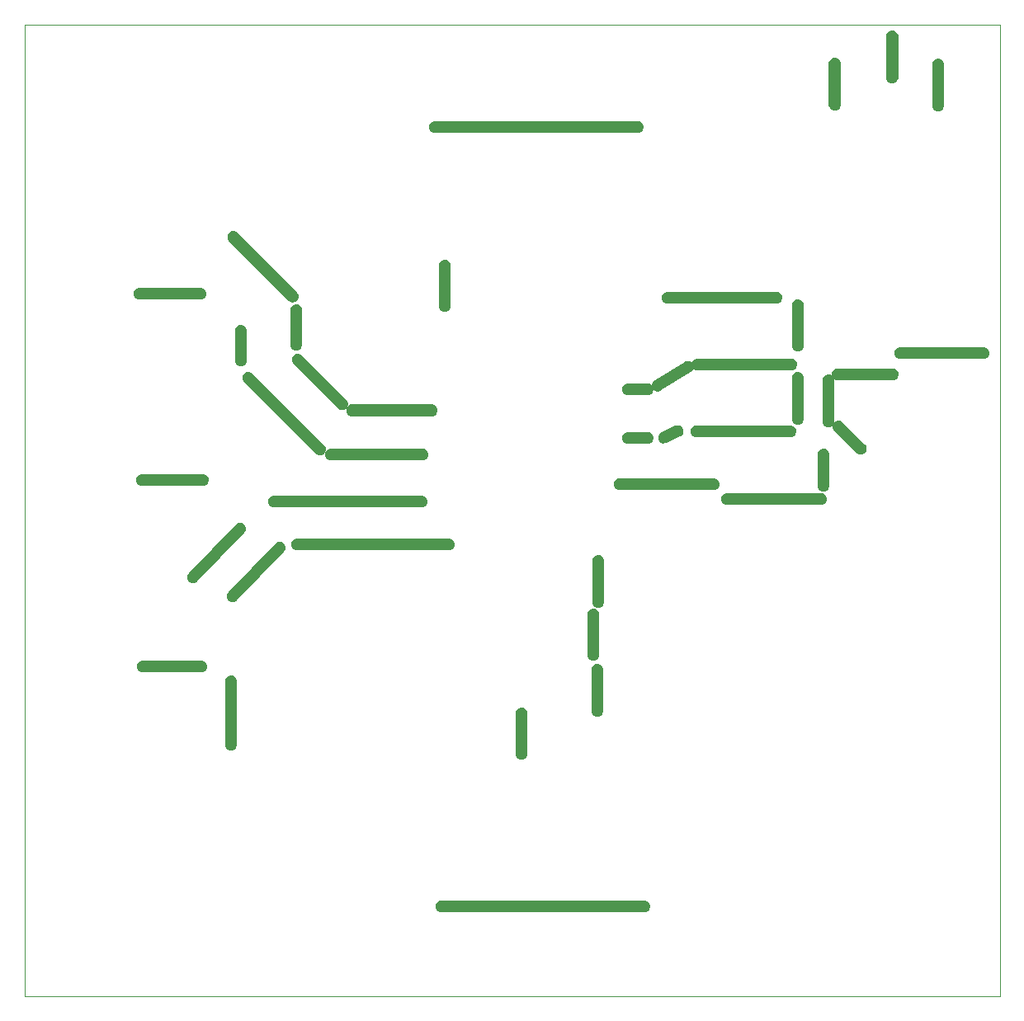
<source format=gbr>
G04 Layer_Color=0*
%FSLAX26Y26*%
%MOIN*%
%TF.FileFunction,Profile,NP*%
%TF.Part,Single*%
G01*
G75*
%TA.AperFunction,Profile*%
%ADD92C,0.001000*%
G36*
X732363Y-2835528D02*
Y-2840229D01*
X735962Y-2848917D01*
X742611Y-2855566D01*
X751298Y-2859164D01*
X760702D01*
X769389Y-2855566D01*
X776038Y-2848917D01*
X779637Y-2840229D01*
Y-2835528D01*
D01*
Y-2581528D01*
Y-2576826D01*
X776038Y-2568138D01*
X769389Y-2561489D01*
X760702Y-2557890D01*
X751298D01*
X742611Y-2561489D01*
X735962Y-2568138D01*
X732363Y-2576826D01*
Y-2581528D01*
D01*
Y-2835528D01*
D02*
G37*
G36*
X399000Y-2544164D02*
X394298D01*
X385611Y-2540566D01*
X378962Y-2533917D01*
X375363Y-2525229D01*
Y-2515826D01*
X378962Y-2507138D01*
X385611Y-2500489D01*
X394298Y-2496890D01*
X399000D01*
D01*
X634000D01*
X638702D01*
X647389Y-2500489D01*
X654038Y-2507138D01*
X657637Y-2515826D01*
Y-2520528D01*
Y-2525229D01*
X654038Y-2533917D01*
X647389Y-2540566D01*
X638702Y-2544164D01*
X634000D01*
D01*
X399000D01*
D02*
G37*
G36*
X617886Y-2175067D02*
X614596Y-2178426D01*
X605946Y-2182115D01*
X596543Y-2182212D01*
X587819Y-2178704D01*
X581101Y-2172124D01*
X577413Y-2163474D01*
X577316Y-2154071D01*
X580824Y-2145347D01*
X584114Y-2141988D01*
Y-2141988D01*
X775114Y-1946988D01*
X777578Y-1944472D01*
X783760Y-1941095D01*
X790657Y-1939667D01*
X797671Y-1940312D01*
X804193Y-1942974D01*
X809655Y-1947421D01*
X813583Y-1953268D01*
X815637Y-1960006D01*
Y-1963527D01*
Y-1965825D01*
X814752Y-1970333D01*
X813016Y-1974587D01*
X810494Y-1978426D01*
X808886Y-1980067D01*
X808886D01*
X617886Y-2175067D01*
D02*
G37*
G36*
X777886Y-2252067D02*
X774596Y-2255426D01*
X765946Y-2259115D01*
X756543Y-2259212D01*
X747819Y-2255704D01*
X741101Y-2249124D01*
X737413Y-2240474D01*
X737316Y-2231071D01*
X740824Y-2222347D01*
X744114Y-2218988D01*
Y-2218988D01*
X935114Y-2023988D01*
X937578Y-2021472D01*
X943760Y-2018095D01*
X950657Y-2016667D01*
X957671Y-2017312D01*
X964193Y-2019974D01*
X969655Y-2024421D01*
X973583Y-2030268D01*
X975637Y-2037006D01*
Y-2040527D01*
Y-2042825D01*
X974752Y-2047333D01*
X973016Y-2051587D01*
X970494Y-2055426D01*
X968886Y-2057067D01*
X968886D01*
X777886Y-2252067D01*
D02*
G37*
G36*
X1023000Y-2051164D02*
X1018298D01*
X1009611Y-2047566D01*
X1002962Y-2040917D01*
X999363Y-2032229D01*
Y-2022826D01*
X1002962Y-2014138D01*
X1009611Y-2007489D01*
X1018298Y-2003890D01*
X1023000D01*
D01*
X1635441D01*
X1640143D01*
X1648830Y-2007489D01*
X1655479Y-2014138D01*
X1659078Y-2022826D01*
Y-2027527D01*
Y-2032229D01*
X1655479Y-2040917D01*
X1648830Y-2047566D01*
X1640143Y-2051164D01*
X1635441D01*
D01*
X1023000D01*
D02*
G37*
G36*
X930000Y-1878165D02*
X925298D01*
X916611Y-1874566D01*
X909962Y-1867917D01*
X906363Y-1859229D01*
Y-1849826D01*
X909962Y-1841138D01*
X916611Y-1834489D01*
X925298Y-1830890D01*
X930000D01*
D01*
X1525000D01*
X1529702D01*
X1538389Y-1834489D01*
X1545038Y-1841138D01*
X1548637Y-1849826D01*
Y-1854527D01*
Y-1859229D01*
X1545038Y-1867917D01*
X1538389Y-1874566D01*
X1529702Y-1878165D01*
X1525000D01*
D01*
X930000D01*
D02*
G37*
G36*
X397000Y-1789165D02*
X392298D01*
X383611Y-1785566D01*
X376962Y-1778917D01*
X373363Y-1770229D01*
Y-1760826D01*
X376962Y-1752138D01*
X383611Y-1745489D01*
X392298Y-1741890D01*
X397000D01*
D01*
X642000D01*
X646702D01*
X655389Y-1745489D01*
X662038Y-1752138D01*
X665637Y-1760826D01*
Y-1765527D01*
Y-1770229D01*
X662038Y-1778917D01*
X655389Y-1785566D01*
X646702Y-1789165D01*
X642000D01*
D01*
X397000D01*
D02*
G37*
G36*
X1160425Y-1688165D02*
X1155724D01*
X1147036Y-1684566D01*
X1140387Y-1677917D01*
X1136788Y-1669229D01*
Y-1659826D01*
X1140387Y-1651138D01*
X1147036Y-1644489D01*
X1155724Y-1640890D01*
X1160425D01*
D01*
X1530000D01*
X1534702D01*
X1543389Y-1644489D01*
X1550038Y-1651138D01*
X1553637Y-1659826D01*
Y-1664527D01*
Y-1669229D01*
X1550038Y-1677917D01*
X1543389Y-1684566D01*
X1534702Y-1688165D01*
X1530000D01*
D01*
X1160425D01*
D02*
G37*
G36*
X1098773Y-1659587D02*
X808348Y-1371303D01*
X805011Y-1367991D01*
X801380Y-1359317D01*
X801346Y-1349913D01*
X804912Y-1341213D01*
X811537Y-1334539D01*
X820211Y-1330908D01*
X829614Y-1330873D01*
X838315Y-1334440D01*
X841652Y-1337752D01*
D01*
X1132077Y-1626035D01*
X1133737Y-1627683D01*
X1136347Y-1631566D01*
X1138145Y-1635884D01*
X1139062Y-1640472D01*
Y-1642811D01*
Y-1646312D01*
X1137033Y-1653012D01*
X1133149Y-1658837D01*
X1127743Y-1663286D01*
X1121279Y-1665978D01*
X1114313Y-1666680D01*
X1107443Y-1665333D01*
X1101258Y-1662053D01*
X1098773Y-1659587D01*
X1098773Y-1659587D01*
D02*
G37*
G36*
X771363Y-1284527D02*
Y-1289229D01*
X774962Y-1297917D01*
X781611Y-1304566D01*
X790298Y-1308165D01*
X799702D01*
X808389Y-1304566D01*
X815038Y-1297917D01*
X818637Y-1289229D01*
Y-1284527D01*
D01*
Y-1164527D01*
Y-1159826D01*
X815038Y-1151138D01*
X808389Y-1144489D01*
X799702Y-1140890D01*
X790298D01*
X781611Y-1144489D01*
X774962Y-1151138D01*
X771363Y-1159826D01*
Y-1164527D01*
D01*
Y-1284527D01*
D02*
G37*
G36*
X1245000Y-1508637D02*
X1240298D01*
X1231611Y-1505039D01*
X1224961Y-1498389D01*
X1221363Y-1489702D01*
Y-1480298D01*
X1224961Y-1471611D01*
X1231611Y-1464962D01*
X1240298Y-1461363D01*
X1245000D01*
D01*
X1565000D01*
X1569702D01*
X1578389Y-1464962D01*
X1585038Y-1471611D01*
X1588637Y-1480298D01*
Y-1485000D01*
Y-1489702D01*
X1585038Y-1498389D01*
X1578389Y-1505039D01*
X1569702Y-1508637D01*
X1565000D01*
D01*
X1245000D01*
D02*
G37*
G36*
X1188286Y-1476714D02*
X1008286Y-1296714D01*
X1004962Y-1293389D01*
X1001363Y-1284702D01*
Y-1275298D01*
X1004962Y-1266611D01*
X1011611Y-1259962D01*
X1020298Y-1256363D01*
X1029702D01*
X1038389Y-1259962D01*
X1041714Y-1263286D01*
X1041714Y-1263286D01*
X1221714Y-1443286D01*
X1223360Y-1444932D01*
X1225947Y-1448804D01*
X1227729Y-1453105D01*
X1228637Y-1457672D01*
Y-1460000D01*
Y-1463506D01*
X1226601Y-1470217D01*
X1222705Y-1476047D01*
X1217285Y-1480496D01*
X1210806Y-1483180D01*
X1203827Y-1483867D01*
X1196950Y-1482499D01*
X1190765Y-1479193D01*
X1188286Y-1476714D01*
D01*
D02*
G37*
G36*
X996363Y-1219527D02*
Y-1224229D01*
X999962Y-1232917D01*
X1006611Y-1239566D01*
X1015298Y-1243165D01*
X1024702D01*
X1033389Y-1239566D01*
X1040038Y-1232917D01*
X1043637Y-1224229D01*
Y-1219527D01*
D01*
Y-1079527D01*
Y-1074826D01*
X1040038Y-1066138D01*
X1033389Y-1059489D01*
X1024702Y-1055890D01*
X1015298D01*
X1006611Y-1059489D01*
X999962Y-1066138D01*
X996363Y-1074826D01*
Y-1079527D01*
D01*
Y-1219527D01*
D02*
G37*
G36*
X988286Y-1041714D02*
X748286Y-801714D01*
X744962Y-798389D01*
X741363Y-789702D01*
Y-780298D01*
X744962Y-771611D01*
X751611Y-764962D01*
X760298Y-761363D01*
X769702D01*
X778389Y-764962D01*
X781714Y-768286D01*
X781714Y-768286D01*
X1021714Y-1008286D01*
X1023360Y-1009932D01*
X1025947Y-1013804D01*
X1027729Y-1018105D01*
X1028637Y-1022672D01*
Y-1025000D01*
Y-1028506D01*
X1026601Y-1035217D01*
X1022705Y-1041047D01*
X1017285Y-1045496D01*
X1010806Y-1048180D01*
X1003827Y-1048867D01*
X996950Y-1047499D01*
X990765Y-1044193D01*
X988286Y-1041714D01*
D01*
D02*
G37*
G36*
X385985Y-1037850D02*
X381283D01*
X372596Y-1034251D01*
X365947Y-1027602D01*
X362348Y-1018914D01*
Y-1009511D01*
X365947Y-1000823D01*
X372596Y-994174D01*
X381283Y-990576D01*
X385985D01*
D01*
X630985D01*
X635687D01*
X644374Y-994174D01*
X651023Y-1000823D01*
X654622Y-1009511D01*
Y-1014212D01*
Y-1018914D01*
X651023Y-1027602D01*
X644374Y-1034251D01*
X635687Y-1037850D01*
X630985D01*
D01*
X385985D01*
D02*
G37*
G36*
X1596363Y-1064527D02*
Y-1069229D01*
X1599961Y-1077917D01*
X1606611Y-1084566D01*
X1615298Y-1088165D01*
X1624702D01*
X1633389Y-1084566D01*
X1640038Y-1077917D01*
X1643637Y-1069229D01*
Y-1064527D01*
D01*
Y-899528D01*
Y-894826D01*
X1640038Y-886138D01*
X1633389Y-879489D01*
X1624702Y-875890D01*
X1615298D01*
X1606611Y-879489D01*
X1599961Y-886138D01*
X1596363Y-894826D01*
Y-899528D01*
D01*
Y-1064527D01*
D02*
G37*
G36*
X1580000Y-363637D02*
X1575298D01*
X1566611Y-360038D01*
X1559961Y-353389D01*
X1556363Y-344702D01*
Y-335298D01*
X1559961Y-326611D01*
X1566611Y-319962D01*
X1575298Y-316363D01*
X1580000D01*
D01*
X2400000D01*
X2404702D01*
X2413389Y-319962D01*
X2420038Y-326611D01*
X2423637Y-335298D01*
Y-340000D01*
Y-344702D01*
X2420038Y-353389D01*
X2413389Y-360038D01*
X2404702Y-363637D01*
X2400000D01*
D01*
X1580000D01*
D02*
G37*
G36*
X1906363Y-2874528D02*
Y-2879229D01*
X1909961Y-2887917D01*
X1916611Y-2894566D01*
X1925298Y-2898164D01*
X1934702D01*
X1943389Y-2894566D01*
X1950038Y-2887917D01*
X1953637Y-2879229D01*
Y-2874528D01*
D01*
Y-2709528D01*
Y-2704826D01*
X1950038Y-2696138D01*
X1943389Y-2689489D01*
X1934702Y-2685890D01*
X1925298D01*
X1916611Y-2689489D01*
X1909961Y-2696138D01*
X1906363Y-2704826D01*
Y-2709528D01*
D01*
Y-2874528D01*
D02*
G37*
G36*
X2216363Y-2259528D02*
Y-2264229D01*
X2219961Y-2272917D01*
X2226611Y-2279566D01*
X2235298Y-2283164D01*
X2244702D01*
X2253389Y-2279566D01*
X2260038Y-2272917D01*
X2263637Y-2264229D01*
Y-2259528D01*
D01*
Y-2094528D01*
Y-2089826D01*
X2260038Y-2081138D01*
X2253389Y-2074489D01*
X2244702Y-2070890D01*
X2235298D01*
X2226611Y-2074489D01*
X2219961Y-2081138D01*
X2216363Y-2089826D01*
Y-2094528D01*
D01*
Y-2259528D01*
D02*
G37*
G36*
X2196363Y-2474528D02*
Y-2479229D01*
X2199961Y-2487917D01*
X2206611Y-2494566D01*
X2215298Y-2498164D01*
X2224702D01*
X2233389Y-2494566D01*
X2240038Y-2487917D01*
X2243637Y-2479229D01*
Y-2474528D01*
D01*
Y-2309528D01*
Y-2304826D01*
X2240038Y-2296138D01*
X2233389Y-2289489D01*
X2224702Y-2285890D01*
X2215298D01*
X2206611Y-2289489D01*
X2199961Y-2296138D01*
X2196363Y-2304826D01*
Y-2309528D01*
D01*
Y-2474528D01*
D02*
G37*
G36*
X2211363Y-2699528D02*
Y-2704229D01*
X2214961Y-2712917D01*
X2221611Y-2719566D01*
X2230298Y-2723164D01*
X2239702D01*
X2248389Y-2719566D01*
X2255038Y-2712917D01*
X2258637Y-2704229D01*
Y-2699528D01*
D01*
Y-2534528D01*
Y-2529826D01*
X2255038Y-2521138D01*
X2248389Y-2514489D01*
X2239702Y-2510890D01*
X2230298D01*
X2221611Y-2514489D01*
X2214961Y-2521138D01*
X2211363Y-2529826D01*
Y-2534528D01*
D01*
Y-2699528D01*
D02*
G37*
G36*
X1605000Y-3513637D02*
X1600298D01*
X1591611Y-3510039D01*
X1584961Y-3503389D01*
X1581363Y-3494702D01*
Y-3485298D01*
X1584961Y-3476611D01*
X1591611Y-3469962D01*
X1600298Y-3466363D01*
X1605000D01*
D01*
X2425000D01*
X2429702D01*
X2438389Y-3469962D01*
X2445038Y-3476611D01*
X2448637Y-3485298D01*
Y-3490000D01*
Y-3494702D01*
X2445038Y-3503389D01*
X2438389Y-3510039D01*
X2429702Y-3513637D01*
X2425000D01*
D01*
X1605000D01*
D02*
G37*
G36*
X2325000Y-1808165D02*
X2320298D01*
X2311611Y-1804566D01*
X2304961Y-1797917D01*
X2301363Y-1789229D01*
Y-1779826D01*
X2304961Y-1771138D01*
X2311611Y-1764489D01*
X2320298Y-1760890D01*
X2325000D01*
D01*
X2705000D01*
X2709702D01*
X2718389Y-1764489D01*
X2725038Y-1771138D01*
X2728637Y-1779826D01*
Y-1784527D01*
Y-1789229D01*
X2725038Y-1797917D01*
X2718389Y-1804566D01*
X2709702Y-1808165D01*
X2705000D01*
D01*
X2325000D01*
D02*
G37*
G36*
X2760000Y-1868165D02*
X2755298D01*
X2746611Y-1864566D01*
X2739961Y-1857917D01*
X2736363Y-1849229D01*
Y-1839826D01*
X2739961Y-1831138D01*
X2746611Y-1824489D01*
X2755298Y-1820890D01*
X2760000D01*
D01*
X3140000D01*
X3144702D01*
X3153389Y-1824489D01*
X3160038Y-1831138D01*
X3163637Y-1839826D01*
Y-1844527D01*
Y-1849229D01*
X3160038Y-1857917D01*
X3153389Y-1864566D01*
X3144702Y-1868165D01*
X3140000D01*
D01*
X2760000D01*
D02*
G37*
G36*
X3126363Y-1789527D02*
Y-1794229D01*
X3129961Y-1802917D01*
X3136611Y-1809566D01*
X3145298Y-1813165D01*
X3154702D01*
X3163389Y-1809566D01*
X3170038Y-1802917D01*
X3173637Y-1794229D01*
Y-1789527D01*
D01*
Y-1664527D01*
Y-1659826D01*
X3170038Y-1651138D01*
X3163389Y-1644489D01*
X3154702Y-1640890D01*
X3145298D01*
X3136611Y-1644489D01*
X3129961Y-1651138D01*
X3126363Y-1659826D01*
Y-1664527D01*
D01*
Y-1789527D01*
D02*
G37*
G36*
X2635000Y-1593165D02*
X2630298D01*
X2621611Y-1589566D01*
X2614961Y-1582917D01*
X2611363Y-1574229D01*
Y-1564826D01*
X2614961Y-1556138D01*
X2621611Y-1549489D01*
X2630298Y-1545890D01*
X2635000D01*
D01*
X3015000D01*
X3019702D01*
X3028389Y-1549489D01*
X3035038Y-1556138D01*
X3038637Y-1564826D01*
Y-1569527D01*
Y-1574229D01*
X3035038Y-1582917D01*
X3028389Y-1589566D01*
X3019702Y-1593165D01*
X3015000D01*
D01*
X2635000D01*
D02*
G37*
G36*
X2514781Y-1616046D02*
X2510501Y-1617991D01*
X2501103Y-1618310D01*
X2492298Y-1615009D01*
X2485427Y-1608589D01*
X2481536Y-1600028D01*
X2481217Y-1590630D01*
X2484519Y-1581826D01*
X2490939Y-1574955D01*
X2495219Y-1573009D01*
X2495219D01*
X2550219Y-1548009D01*
X2552919Y-1546782D01*
X2558759Y-1545737D01*
X2564676Y-1546169D01*
X2570303Y-1548048D01*
X2575291Y-1551260D01*
X2579330Y-1555605D01*
X2582171Y-1560813D01*
X2583637Y-1566561D01*
Y-1569527D01*
Y-1572931D01*
X2581716Y-1579462D01*
X2578031Y-1585186D01*
X2572880Y-1589637D01*
X2569781Y-1591046D01*
Y-1591046D01*
X2514781Y-1616046D01*
D02*
G37*
G36*
X2360000Y-1620015D02*
X2355298D01*
X2346611Y-1616416D01*
X2339961Y-1609767D01*
X2336363Y-1601080D01*
Y-1591676D01*
X2339961Y-1582989D01*
X2346611Y-1576340D01*
X2355298Y-1572741D01*
X2360000D01*
D01*
X2440000D01*
X2444702D01*
X2453389Y-1576340D01*
X2460038Y-1582989D01*
X2463637Y-1591676D01*
Y-1596378D01*
Y-1601080D01*
X2460038Y-1609767D01*
X2453389Y-1616416D01*
X2444702Y-1620015D01*
X2440000D01*
D01*
X2360000D01*
D02*
G37*
G36*
Y-1423165D02*
X2355298D01*
X2346611Y-1419566D01*
X2339961Y-1412917D01*
X2336363Y-1404229D01*
Y-1394826D01*
X2339961Y-1386138D01*
X2346611Y-1379489D01*
X2355298Y-1375890D01*
X2360000D01*
D01*
X2440000D01*
X2444702D01*
X2453389Y-1379489D01*
X2460038Y-1386138D01*
X2463637Y-1394826D01*
Y-1399527D01*
Y-1404229D01*
X2460038Y-1412917D01*
X2453389Y-1419566D01*
X2444702Y-1423165D01*
X2440000D01*
D01*
X2360000D01*
D02*
G37*
G36*
X2492528Y-1404572D02*
X2488541Y-1407064D01*
X2479266Y-1408617D01*
X2470104Y-1406502D01*
X2462448Y-1401042D01*
X2457464Y-1393068D01*
X2455911Y-1383794D01*
X2458026Y-1374631D01*
X2463485Y-1366975D01*
X2467472Y-1364483D01*
X2467472D01*
X2587472Y-1289483D01*
X2590156Y-1287806D01*
X2596216Y-1285982D01*
X2602543Y-1285816D01*
X2608691Y-1287320D01*
X2614226Y-1290388D01*
X2618760Y-1294804D01*
X2621972Y-1300257D01*
X2623637Y-1306363D01*
Y-1309527D01*
Y-1312534D01*
X2622131Y-1318356D01*
X2619216Y-1323616D01*
X2615077Y-1327978D01*
X2612528Y-1329572D01*
Y-1329572D01*
X2492528Y-1404572D01*
D02*
G37*
G36*
X2640000Y-1323165D02*
X2635298D01*
X2626611Y-1319566D01*
X2619961Y-1312917D01*
X2616363Y-1304229D01*
Y-1294826D01*
X2619961Y-1286138D01*
X2626611Y-1279489D01*
X2635298Y-1275890D01*
X2640000D01*
D01*
X3020000D01*
X3024702D01*
X3033389Y-1279489D01*
X3040038Y-1286138D01*
X3043637Y-1294826D01*
Y-1299527D01*
Y-1304229D01*
X3040038Y-1312917D01*
X3033389Y-1319566D01*
X3024702Y-1323165D01*
X3020000D01*
D01*
X2640000D01*
D02*
G37*
G36*
X3021363Y-1519527D02*
Y-1524229D01*
X3024961Y-1532917D01*
X3031611Y-1539566D01*
X3040298Y-1543165D01*
X3049702D01*
X3058389Y-1539566D01*
X3065038Y-1532917D01*
X3068637Y-1524229D01*
Y-1519527D01*
D01*
Y-1354527D01*
Y-1349826D01*
X3065038Y-1341138D01*
X3058389Y-1334489D01*
X3049702Y-1330890D01*
X3040298D01*
X3031611Y-1334489D01*
X3024961Y-1341138D01*
X3021363Y-1349826D01*
Y-1354527D01*
D01*
Y-1519527D01*
D02*
G37*
G36*
Y-1224527D02*
Y-1229229D01*
X3024961Y-1237917D01*
X3031611Y-1244566D01*
X3040298Y-1248165D01*
X3049702D01*
X3058389Y-1244566D01*
X3065038Y-1237917D01*
X3068637Y-1229229D01*
Y-1224527D01*
D01*
Y-1059527D01*
Y-1054826D01*
X3065038Y-1046138D01*
X3058389Y-1039489D01*
X3049702Y-1035890D01*
X3040298D01*
X3031611Y-1039489D01*
X3024961Y-1046138D01*
X3021363Y-1054826D01*
Y-1059527D01*
D01*
Y-1224527D01*
D02*
G37*
G36*
X2520000Y-1053165D02*
X2515298D01*
X2506611Y-1049566D01*
X2499961Y-1042917D01*
X2496363Y-1034229D01*
Y-1024826D01*
X2499961Y-1016138D01*
X2506611Y-1009489D01*
X2515298Y-1005890D01*
X2520000D01*
D01*
X2960000D01*
X2964702D01*
X2973389Y-1009489D01*
X2980038Y-1016138D01*
X2983637Y-1024826D01*
Y-1029527D01*
Y-1034229D01*
X2980038Y-1042917D01*
X2973389Y-1049566D01*
X2964702Y-1053165D01*
X2960000D01*
D01*
X2520000D01*
D02*
G37*
G36*
X3170363Y-248528D02*
Y-253229D01*
X3173961Y-261917D01*
X3180611Y-268566D01*
X3189298Y-272164D01*
X3198702D01*
X3207389Y-268566D01*
X3214038Y-261917D01*
X3217637Y-253229D01*
Y-248528D01*
D01*
Y-83528D01*
Y-78826D01*
X3214038Y-70138D01*
X3207389Y-63489D01*
X3198702Y-59891D01*
X3189298D01*
X3180611Y-63489D01*
X3173961Y-70138D01*
X3170363Y-78826D01*
Y-83528D01*
D01*
Y-248528D01*
D02*
G37*
G36*
X3403363Y-138528D02*
Y-143229D01*
X3406961Y-151917D01*
X3413611Y-158566D01*
X3422298Y-162165D01*
X3431702D01*
X3440389Y-158566D01*
X3447038Y-151917D01*
X3450637Y-143229D01*
Y-138528D01*
D01*
Y26473D01*
Y31174D01*
X3447038Y39862D01*
X3440389Y46511D01*
X3431702Y50109D01*
X3422298D01*
X3413611Y46511D01*
X3406961Y39862D01*
X3403363Y31174D01*
Y26473D01*
D01*
Y-138528D01*
D02*
G37*
G36*
X3588363Y-252528D02*
Y-257229D01*
X3591961Y-265917D01*
X3598611Y-272566D01*
X3607298Y-276164D01*
X3616702D01*
X3625389Y-272566D01*
X3632038Y-265917D01*
X3635637Y-257229D01*
Y-252528D01*
D01*
Y-87528D01*
Y-82826D01*
X3632038Y-74138D01*
X3625389Y-67489D01*
X3616702Y-63891D01*
X3607298D01*
X3598611Y-67489D01*
X3591961Y-74138D01*
X3588363Y-82826D01*
Y-87528D01*
D01*
Y-252528D01*
D02*
G37*
G36*
X3460000Y-1278165D02*
X3455298D01*
X3446611Y-1274566D01*
X3439961Y-1267917D01*
X3436363Y-1259229D01*
Y-1249826D01*
X3439961Y-1241138D01*
X3446611Y-1234489D01*
X3455298Y-1230890D01*
X3460000D01*
D01*
X3795000D01*
X3799702D01*
X3808389Y-1234489D01*
X3815038Y-1241138D01*
X3818637Y-1249826D01*
Y-1254527D01*
Y-1259229D01*
X3815038Y-1267917D01*
X3808389Y-1274566D01*
X3799702Y-1278165D01*
X3795000D01*
D01*
X3460000D01*
D02*
G37*
G36*
X3205000Y-1363165D02*
X3200298D01*
X3191611Y-1359566D01*
X3184961Y-1352917D01*
X3181363Y-1344229D01*
Y-1334826D01*
X3184961Y-1326138D01*
X3191611Y-1319489D01*
X3200298Y-1315890D01*
X3205000D01*
D01*
X3430000D01*
X3434702D01*
X3443389Y-1319489D01*
X3450038Y-1326138D01*
X3453637Y-1334826D01*
Y-1339527D01*
Y-1344229D01*
X3450038Y-1352917D01*
X3443389Y-1359566D01*
X3434702Y-1363165D01*
X3430000D01*
D01*
X3205000D01*
D02*
G37*
G36*
X3146363Y-1529527D02*
Y-1534229D01*
X3149961Y-1542917D01*
X3156611Y-1549566D01*
X3165298Y-1553165D01*
X3174702D01*
X3183389Y-1549566D01*
X3190038Y-1542917D01*
X3193637Y-1534229D01*
Y-1529527D01*
D01*
Y-1364527D01*
Y-1359826D01*
X3190038Y-1351138D01*
X3183389Y-1344489D01*
X3174702Y-1340890D01*
X3165298D01*
X3156611Y-1344489D01*
X3149961Y-1351138D01*
X3146363Y-1359826D01*
Y-1364527D01*
D01*
Y-1529527D01*
D02*
G37*
G36*
X3283286Y-1656241D02*
X3193286Y-1566241D01*
X3189961Y-1562917D01*
X3186363Y-1554229D01*
Y-1544826D01*
X3189961Y-1536138D01*
X3196611Y-1529489D01*
X3205298Y-1525890D01*
X3214702D01*
X3223389Y-1529489D01*
X3226714Y-1532814D01*
X3226714Y-1532814D01*
X3316714Y-1622814D01*
X3318360Y-1624460D01*
X3320947Y-1628331D01*
X3322729Y-1632633D01*
X3323637Y-1637199D01*
Y-1639527D01*
Y-1643034D01*
X3321601Y-1649744D01*
X3317705Y-1655575D01*
X3312285Y-1660024D01*
X3305806Y-1662707D01*
X3298827Y-1663394D01*
X3291950Y-1662026D01*
X3285765Y-1658721D01*
X3283286Y-1656241D01*
D01*
D02*
G37*
D92*
X-78740Y-3854527D02*
X3861220Y-3854528D01*
X3861220Y74472D01*
X-78740Y74473D01*
X-78740Y-3854527D01*
%TF.MD5,62a13e1d23532de8d4d838ccc2dba07b*%
M02*

</source>
